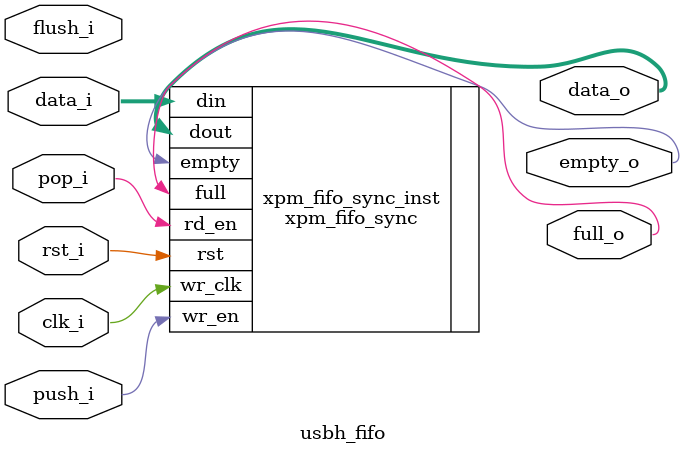
<source format=v>


module usbh_fifo
  (
    // Inputs
    input           clk_i
    ,input           rst_i
    ,input  [  7:0]  data_i
    ,input           push_i
    ,input           pop_i
    ,input           flush_i

    // Outputs
    ,output          full_o
    ,output          empty_o
    ,output [  7:0]  data_o
  );



  parameter WIDTH   = 8;
  parameter DEPTH   = 64;
  parameter ADDR_W  = 6;

  xpm_fifo_sync #(
                  .FIFO_WRITE_DEPTH(DEPTH),
                  .WRITE_DATA_WIDTH(WIDTH),
                  .WR_DATA_COUNT_WIDTH(ADDR_W),
                  .READ_DATA_WIDTH(WIDTH),
                  .RD_DATA_COUNT_WIDTH(ADDR_W),
                  .READ_MODE("fwft"),
                  .FIFO_READ_LATENCY(0)
                ) xpm_fifo_sync_inst (
                  .wr_clk(clk_i),
                  .wr_en(push_i),
                  .din(data_i),
                  .full(full_o),
                  .rst(rst_i),
                  .rd_en(pop_i),
                  .dout(data_o),
                  .empty(empty_o)
                );


endmodule

</source>
